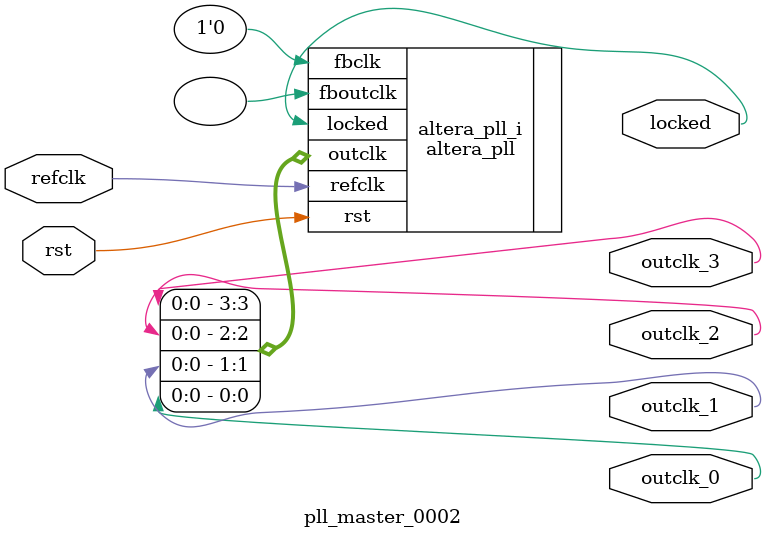
<source format=v>
`timescale 1ns/10ps
module  pll_master_0002(

	// interface 'refclk'
	input wire refclk,

	// interface 'reset'
	input wire rst,

	// interface 'outclk0'
	output wire outclk_0,

	// interface 'outclk1'
	output wire outclk_1,

	// interface 'outclk2'
	output wire outclk_2,

	// interface 'outclk3'
	output wire outclk_3,

	// interface 'locked'
	output wire locked
);

	altera_pll #(
		.fractional_vco_multiplier("false"),
		.reference_clock_frequency("74.25 MHz"),
		.operation_mode("direct"),
		.number_of_clocks(4),
		.output_clock_frequency0("96.000000 MHz"),
		.phase_shift0("0 ps"),
		.duty_cycle0(50),
		.output_clock_frequency1("48.000000 MHz"),
		.phase_shift1("0 ps"),
		.duty_cycle1(50),
		.output_clock_frequency2("6.000000 MHz"),
		.phase_shift2("0 ps"),
		.duty_cycle2(50),
		.output_clock_frequency3("6.000000 MHz"),
		.phase_shift3("41667 ps"),
		.duty_cycle3(50),
		.output_clock_frequency4("0 MHz"),
		.phase_shift4("0 ps"),
		.duty_cycle4(50),
		.output_clock_frequency5("0 MHz"),
		.phase_shift5("0 ps"),
		.duty_cycle5(50),
		.output_clock_frequency6("0 MHz"),
		.phase_shift6("0 ps"),
		.duty_cycle6(50),
		.output_clock_frequency7("0 MHz"),
		.phase_shift7("0 ps"),
		.duty_cycle7(50),
		.output_clock_frequency8("0 MHz"),
		.phase_shift8("0 ps"),
		.duty_cycle8(50),
		.output_clock_frequency9("0 MHz"),
		.phase_shift9("0 ps"),
		.duty_cycle9(50),
		.output_clock_frequency10("0 MHz"),
		.phase_shift10("0 ps"),
		.duty_cycle10(50),
		.output_clock_frequency11("0 MHz"),
		.phase_shift11("0 ps"),
		.duty_cycle11(50),
		.output_clock_frequency12("0 MHz"),
		.phase_shift12("0 ps"),
		.duty_cycle12(50),
		.output_clock_frequency13("0 MHz"),
		.phase_shift13("0 ps"),
		.duty_cycle13(50),
		.output_clock_frequency14("0 MHz"),
		.phase_shift14("0 ps"),
		.duty_cycle14(50),
		.output_clock_frequency15("0 MHz"),
		.phase_shift15("0 ps"),
		.duty_cycle15(50),
		.output_clock_frequency16("0 MHz"),
		.phase_shift16("0 ps"),
		.duty_cycle16(50),
		.output_clock_frequency17("0 MHz"),
		.phase_shift17("0 ps"),
		.duty_cycle17(50),
		.pll_type("General"),
		.pll_subtype("General")
	) altera_pll_i (
		.rst	(rst),
		.outclk	({outclk_3, outclk_2, outclk_1, outclk_0}),
		.locked	(locked),
		.fboutclk	( ),
		.fbclk	(1'b0),
		.refclk	(refclk)
	);
endmodule


</source>
